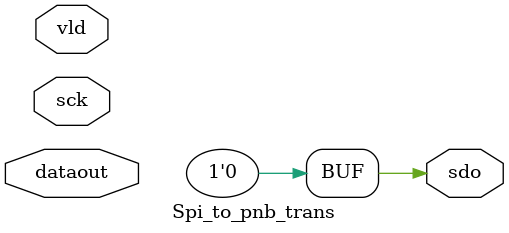
<source format=v>


module Spi_to_pnb_trans(
sck,
dataout,
vld,
sdo
);
input sck, dataout, vld;
output sdo;
//<statements>
assign sdo = 1'b0;
endmodule
</source>
